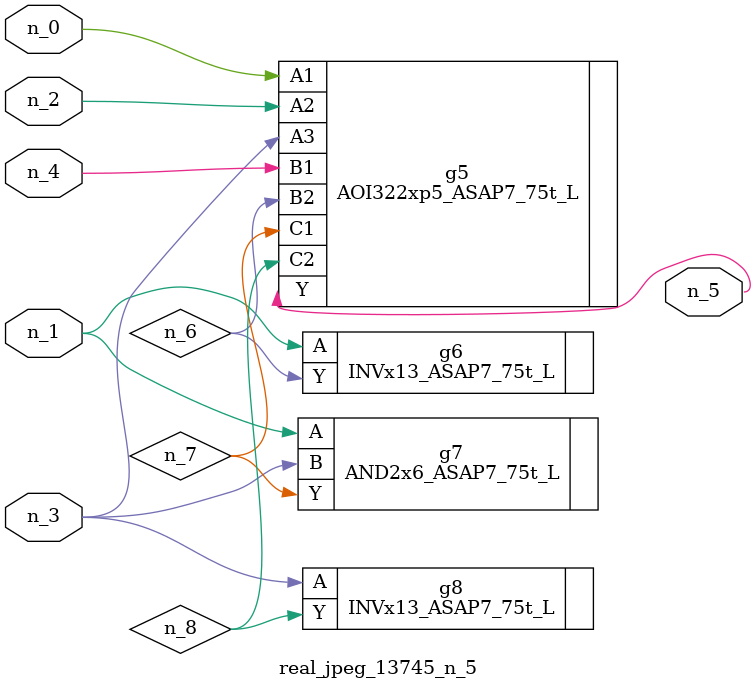
<source format=v>
module real_jpeg_13745_n_5 (n_4, n_0, n_1, n_2, n_3, n_5);

input n_4;
input n_0;
input n_1;
input n_2;
input n_3;

output n_5;

wire n_8;
wire n_6;
wire n_7;

AOI322xp5_ASAP7_75t_L g5 ( 
.A1(n_0),
.A2(n_2),
.A3(n_3),
.B1(n_4),
.B2(n_6),
.C1(n_7),
.C2(n_8),
.Y(n_5)
);

INVx13_ASAP7_75t_L g6 ( 
.A(n_1),
.Y(n_6)
);

AND2x6_ASAP7_75t_L g7 ( 
.A(n_1),
.B(n_3),
.Y(n_7)
);

INVx13_ASAP7_75t_L g8 ( 
.A(n_3),
.Y(n_8)
);


endmodule
</source>
